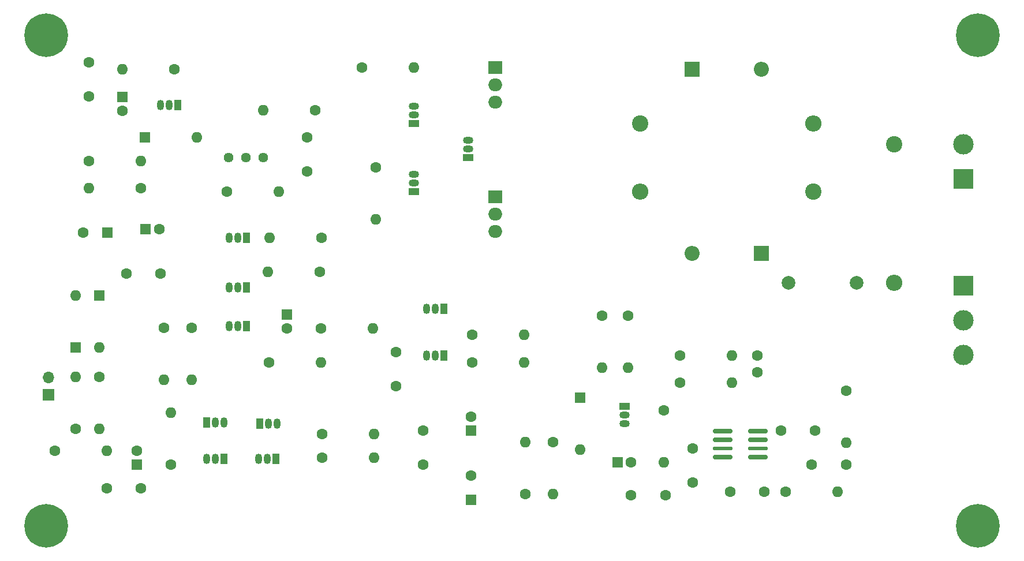
<source format=gbr>
%TF.GenerationSoftware,KiCad,Pcbnew,(6.0.5)*%
%TF.CreationDate,2022-06-29T10:50:51+01:00*%
%TF.ProjectId,PCB,5043422e-6b69-4636-9164-5f7063625858,rev?*%
%TF.SameCoordinates,Original*%
%TF.FileFunction,Soldermask,Top*%
%TF.FilePolarity,Negative*%
%FSLAX46Y46*%
G04 Gerber Fmt 4.6, Leading zero omitted, Abs format (unit mm)*
G04 Created by KiCad (PCBNEW (6.0.5)) date 2022-06-29 10:50:51*
%MOMM*%
%LPD*%
G01*
G04 APERTURE LIST*
G04 Aperture macros list*
%AMRoundRect*
0 Rectangle with rounded corners*
0 $1 Rounding radius*
0 $2 $3 $4 $5 $6 $7 $8 $9 X,Y pos of 4 corners*
0 Add a 4 corners polygon primitive as box body*
4,1,4,$2,$3,$4,$5,$6,$7,$8,$9,$2,$3,0*
0 Add four circle primitives for the rounded corners*
1,1,$1+$1,$2,$3*
1,1,$1+$1,$4,$5*
1,1,$1+$1,$6,$7*
1,1,$1+$1,$8,$9*
0 Add four rect primitives between the rounded corners*
20,1,$1+$1,$2,$3,$4,$5,0*
20,1,$1+$1,$4,$5,$6,$7,0*
20,1,$1+$1,$6,$7,$8,$9,0*
20,1,$1+$1,$8,$9,$2,$3,0*%
G04 Aperture macros list end*
%ADD10R,2.200000X2.200000*%
%ADD11O,2.200000X2.200000*%
%ADD12C,1.600000*%
%ADD13O,1.600000X1.600000*%
%ADD14R,1.050000X1.500000*%
%ADD15O,1.050000X1.500000*%
%ADD16C,6.400000*%
%ADD17C,0.800000*%
%ADD18R,1.500000X1.050000*%
%ADD19O,1.500000X1.050000*%
%ADD20C,2.400000*%
%ADD21O,2.400000X2.400000*%
%ADD22R,3.000000X3.000000*%
%ADD23C,3.000000*%
%ADD24R,1.600000X1.600000*%
%ADD25R,1.700000X1.700000*%
%ADD26O,1.700000X1.700000*%
%ADD27C,2.000000*%
%ADD28R,2.000000X1.905000*%
%ADD29O,2.000000X1.905000*%
%ADD30RoundRect,0.150000X1.250000X0.150000X-1.250000X0.150000X-1.250000X-0.150000X1.250000X-0.150000X0*%
%ADD31RoundRect,0.133750X1.266250X0.133750X-1.266250X0.133750X-1.266250X-0.133750X1.266250X-0.133750X0*%
%ADD32RoundRect,0.148750X1.251250X0.148750X-1.251250X0.148750X-1.251250X-0.148750X1.251250X-0.148750X0*%
%ADD33RoundRect,0.151250X1.248750X0.151250X-1.248750X0.151250X-1.248750X-0.151250X1.248750X-0.151250X0*%
%ADD34C,1.440000*%
G04 APERTURE END LIST*
D10*
%TO.C,D6*%
X189630000Y-96000000D03*
D11*
X179470000Y-96000000D03*
%TD*%
D12*
%TO.C,R29*%
X130975000Y-68730000D03*
D13*
X138595000Y-68730000D03*
%TD*%
D14*
%TO.C,Q8*%
X114040000Y-101000000D03*
D15*
X112770000Y-101000000D03*
X111500000Y-101000000D03*
%TD*%
D16*
%TO.C,H4*%
X221318021Y-64000000D03*
D17*
X219620965Y-65697056D03*
X223718021Y-64000000D03*
X218918021Y-64000000D03*
X223015077Y-65697056D03*
X223015077Y-62302944D03*
X221318021Y-66400000D03*
X219620965Y-62302944D03*
X221318021Y-61600000D03*
%TD*%
D18*
%TO.C,Q2*%
X169500000Y-118500000D03*
D19*
X169500000Y-119770000D03*
X169500000Y-121040000D03*
%TD*%
D14*
%TO.C,Q10*%
X114040000Y-93730000D03*
D15*
X112770000Y-93730000D03*
X111500000Y-93730000D03*
%TD*%
D12*
%TO.C,R17*%
X125190000Y-126000000D03*
D13*
X132810000Y-126000000D03*
%TD*%
D20*
%TO.C,R33*%
X209050000Y-80000000D03*
D21*
X209050000Y-100320000D03*
%TD*%
D22*
%TO.C,J1*%
X219250000Y-100750000D03*
D23*
X219250000Y-105830000D03*
X219250000Y-110910000D03*
%TD*%
D12*
%TO.C,R10*%
X98620000Y-86500000D03*
D13*
X91000000Y-86500000D03*
%TD*%
D12*
%TO.C,R27*%
X111190000Y-87000000D03*
D13*
X118810000Y-87000000D03*
%TD*%
D14*
%TO.C,Q6*%
X116000000Y-121000000D03*
D15*
X117270000Y-121000000D03*
X118540000Y-121000000D03*
%TD*%
D24*
%TO.C,D1*%
X99190000Y-79000000D03*
D13*
X106810000Y-79000000D03*
%TD*%
D12*
%TO.C,C6*%
X175500000Y-131500000D03*
X170500000Y-131500000D03*
%TD*%
%TO.C,R21*%
X125190000Y-122500000D03*
D13*
X132810000Y-122500000D03*
%TD*%
D25*
%TO.C,J2*%
X85000000Y-116775000D03*
D26*
X85000000Y-114235000D03*
%TD*%
D20*
%TO.C,R32*%
X197250000Y-87000000D03*
D21*
X171850000Y-87000000D03*
%TD*%
D14*
%TO.C,Q9*%
X143000000Y-111000000D03*
D15*
X141730000Y-111000000D03*
X140460000Y-111000000D03*
%TD*%
D12*
%TO.C,C4*%
X189000000Y-113500000D03*
X189000000Y-111000000D03*
%TD*%
%TO.C,C5*%
X91000000Y-73000000D03*
X91000000Y-68000000D03*
%TD*%
D10*
%TO.C,D5*%
X179470000Y-69000000D03*
D11*
X189630000Y-69000000D03*
%TD*%
D12*
%TO.C,C18*%
X123000000Y-79000000D03*
X123000000Y-84000000D03*
%TD*%
%TO.C,C12*%
X101500000Y-99000000D03*
X96500000Y-99000000D03*
%TD*%
D24*
%TO.C,D4*%
X92500000Y-102190000D03*
D13*
X92500000Y-109810000D03*
%TD*%
D12*
%TO.C,R22*%
X117380000Y-112000000D03*
D13*
X125000000Y-112000000D03*
%TD*%
D24*
%TO.C,C8*%
X93652651Y-93000000D03*
D12*
X90152651Y-93000000D03*
%TD*%
%TO.C,C1*%
X185000000Y-131000000D03*
X190000000Y-131000000D03*
%TD*%
%TO.C,R25*%
X125040000Y-93730000D03*
D13*
X117420000Y-93730000D03*
%TD*%
D12*
%TO.C,C7*%
X202000000Y-127000000D03*
X197000000Y-127000000D03*
%TD*%
D17*
%TO.C,H3*%
X84697056Y-138400000D03*
X86394112Y-137697056D03*
X86394112Y-134302944D03*
X83000000Y-137697056D03*
X82297056Y-136000000D03*
X87097056Y-136000000D03*
X84697056Y-133600000D03*
X83000000Y-134302944D03*
D16*
X84697056Y-136000000D03*
%TD*%
D12*
%TO.C,R12*%
X159000000Y-123690000D03*
D13*
X159000000Y-131310000D03*
%TD*%
D24*
%TO.C,C16*%
X120040000Y-105000000D03*
D12*
X120040000Y-107000000D03*
%TD*%
D24*
%TO.C,D3*%
X89000000Y-109810000D03*
D13*
X89000000Y-102190000D03*
%TD*%
D24*
%TO.C,C15*%
X98000000Y-127000000D03*
D12*
X98000000Y-125000000D03*
%TD*%
%TO.C,R6*%
X177690000Y-111000000D03*
D13*
X185310000Y-111000000D03*
%TD*%
D18*
%TO.C,Q13*%
X138595000Y-77000000D03*
D19*
X138595000Y-75730000D03*
X138595000Y-74460000D03*
%TD*%
D12*
%TO.C,R30*%
X133000000Y-83440000D03*
D13*
X133000000Y-91060000D03*
%TD*%
D12*
%TO.C,R15*%
X92500000Y-114190000D03*
D13*
X92500000Y-121810000D03*
%TD*%
D24*
%TO.C,C10*%
X99250000Y-92500000D03*
D12*
X101250000Y-92500000D03*
%TD*%
D14*
%TO.C,Q1*%
X104000000Y-74280000D03*
D15*
X102730000Y-74280000D03*
X101460000Y-74280000D03*
%TD*%
D12*
%TO.C,C21*%
X197500000Y-122000000D03*
X192500000Y-122000000D03*
%TD*%
%TO.C,R19*%
X103000000Y-127000000D03*
D13*
X103000000Y-119380000D03*
%TD*%
D16*
%TO.C,H2*%
X221318021Y-136000000D03*
D17*
X219620965Y-137697056D03*
X223015077Y-134302944D03*
X223015077Y-137697056D03*
X223718021Y-136000000D03*
X219620965Y-134302944D03*
X221318021Y-133600000D03*
X218918021Y-136000000D03*
X221318021Y-138400000D03*
%TD*%
D27*
%TO.C,C19*%
X203550000Y-100320000D03*
X193550000Y-100320000D03*
%TD*%
D12*
%TO.C,R4*%
X103475000Y-69000000D03*
D13*
X95855000Y-69000000D03*
%TD*%
D12*
%TO.C,R9*%
X91000000Y-82500000D03*
D13*
X98620000Y-82500000D03*
%TD*%
D24*
%TO.C,C11*%
X147000000Y-122000000D03*
D12*
X147000000Y-120000000D03*
%TD*%
D24*
%TO.C,C9*%
X147000000Y-132152651D03*
D12*
X147000000Y-128652651D03*
%TD*%
%TO.C,R8*%
X202000000Y-116190000D03*
D13*
X202000000Y-123810000D03*
%TD*%
D18*
%TO.C,Q14*%
X138595000Y-87000000D03*
D19*
X138595000Y-85730000D03*
X138595000Y-84460000D03*
%TD*%
D12*
%TO.C,R3*%
X175250000Y-119055000D03*
D13*
X175250000Y-126675000D03*
%TD*%
D12*
%TO.C,R24*%
X147190000Y-112000000D03*
D13*
X154810000Y-112000000D03*
%TD*%
D14*
%TO.C,Q11*%
X143000000Y-104140000D03*
D15*
X141730000Y-104140000D03*
X140460000Y-104140000D03*
%TD*%
D12*
%TO.C,R1*%
X170000000Y-105190000D03*
D13*
X170000000Y-112810000D03*
%TD*%
D24*
%TO.C,C2*%
X95855000Y-73089775D03*
D12*
X95855000Y-75089775D03*
%TD*%
D14*
%TO.C,Q3*%
X110770000Y-126140000D03*
D15*
X109500000Y-126140000D03*
X108230000Y-126140000D03*
%TD*%
D22*
%TO.C,J3*%
X219250000Y-85080000D03*
D23*
X219250000Y-80000000D03*
%TD*%
D12*
%TO.C,R16*%
X102000000Y-106920000D03*
D13*
X102000000Y-114540000D03*
%TD*%
D12*
%TO.C,R26*%
X124170000Y-75000000D03*
D13*
X116550000Y-75000000D03*
%TD*%
D12*
%TO.C,R28*%
X147190000Y-108000000D03*
D13*
X154810000Y-108000000D03*
%TD*%
D17*
%TO.C,H1*%
X86394112Y-65697056D03*
X84697056Y-61600000D03*
X83000000Y-65697056D03*
X87097056Y-64000000D03*
D16*
X84697056Y-64000000D03*
D17*
X83000000Y-62302944D03*
X82297056Y-64000000D03*
X84697056Y-66400000D03*
X86394112Y-62302944D03*
%TD*%
D18*
%TO.C,Q12*%
X146595000Y-82000000D03*
D19*
X146595000Y-80730000D03*
X146595000Y-79460000D03*
%TD*%
D12*
%TO.C,R14*%
X86000000Y-125000000D03*
D13*
X93620000Y-125000000D03*
%TD*%
D12*
%TO.C,R13*%
X89000000Y-121810000D03*
D13*
X89000000Y-114190000D03*
%TD*%
D12*
%TO.C,R18*%
X124850000Y-98730000D03*
D13*
X117230000Y-98730000D03*
%TD*%
D12*
%TO.C,C13*%
X140000000Y-127000000D03*
X140000000Y-122000000D03*
%TD*%
D28*
%TO.C,Q16*%
X150595000Y-87730000D03*
D29*
X150595000Y-90270000D03*
X150595000Y-92810000D03*
%TD*%
D12*
%TO.C,C20*%
X179500000Y-124667500D03*
X179500000Y-129667500D03*
%TD*%
%TO.C,R11*%
X155000000Y-131310000D03*
D13*
X155000000Y-123690000D03*
%TD*%
D30*
%TO.C,U1*%
X189100000Y-125905000D03*
D31*
X189100000Y-124667500D03*
D30*
X189100000Y-123365000D03*
D32*
X189100000Y-122097500D03*
X183900000Y-122097500D03*
D30*
X183900000Y-123365000D03*
D31*
X183900000Y-124667500D03*
D33*
X183900000Y-125902500D03*
%TD*%
D20*
%TO.C,R31*%
X171850000Y-77000000D03*
D21*
X197250000Y-77000000D03*
%TD*%
D24*
%TO.C,C3*%
X168500000Y-126675000D03*
D12*
X170500000Y-126675000D03*
%TD*%
%TO.C,C14*%
X93620000Y-130500000D03*
X98620000Y-130500000D03*
%TD*%
D24*
%TO.C,D2*%
X163000000Y-117190000D03*
D13*
X163000000Y-124810000D03*
%TD*%
D14*
%TO.C,Q5*%
X114040000Y-106730000D03*
D15*
X112770000Y-106730000D03*
X111500000Y-106730000D03*
%TD*%
D12*
%TO.C,C17*%
X136000000Y-115500000D03*
X136000000Y-110500000D03*
%TD*%
D28*
%TO.C,Q15*%
X150595000Y-68730000D03*
D29*
X150595000Y-71270000D03*
X150595000Y-73810000D03*
%TD*%
D12*
%TO.C,R7*%
X193190000Y-131000000D03*
D13*
X200810000Y-131000000D03*
%TD*%
D12*
%TO.C,R23*%
X125000000Y-107000000D03*
D13*
X132620000Y-107000000D03*
%TD*%
D14*
%TO.C,Q7*%
X108230000Y-120860000D03*
D15*
X109500000Y-120860000D03*
X110770000Y-120860000D03*
%TD*%
D34*
%TO.C,RV1*%
X116550000Y-82000000D03*
X114010000Y-82000000D03*
X111470000Y-82000000D03*
%TD*%
D12*
%TO.C,R5*%
X177690000Y-115000000D03*
D13*
X185310000Y-115000000D03*
%TD*%
D12*
%TO.C,R2*%
X166250000Y-105190000D03*
D13*
X166250000Y-112810000D03*
%TD*%
D14*
%TO.C,Q4*%
X118410000Y-126140000D03*
D15*
X117140000Y-126140000D03*
X115870000Y-126140000D03*
%TD*%
D12*
%TO.C,R20*%
X106000000Y-106920000D03*
D13*
X106000000Y-114540000D03*
%TD*%
M02*

</source>
